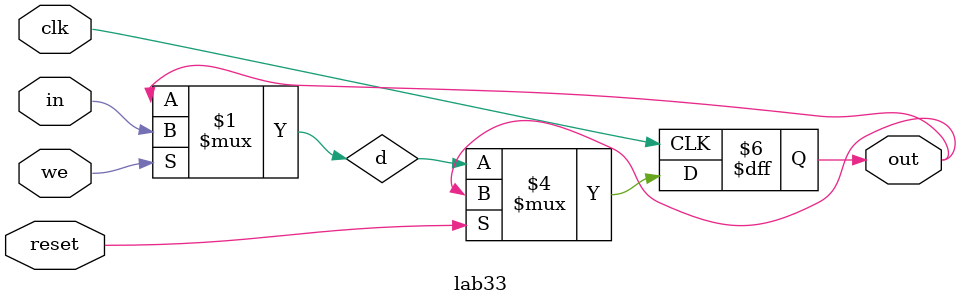
<source format=v>

module lab33(in,we,clk,out,reset);
  input clk,in,we,reset;
  output reg out;
  
  
  assign d = we ? in : out;
  always @ (posedge clk) 
    begin 
      if(~reset)
      out <= d;
    end 
  
endmodule  
  
  
  
  
  
  
  
  
  
  
  
  
  
  

</source>
